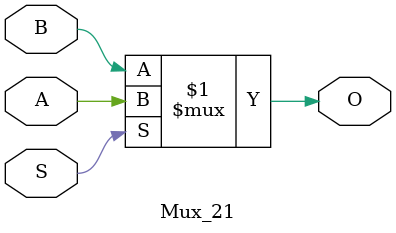
<source format=v>
/*--  *******************************************************
--  Computer Architecture Course, Laboratory Sources 
--  Amirkabir University of Technology (Tehran Polytechnic)
--  Department of Computer Engineering (CE-AUT)
--  https://ce[dot]aut[dot]ac[dot]ir
--  *******************************************************
--  All Rights reserved (C) 2019-2020
--  *******************************************************
--  Student ID  : 
--  Student Name: 
--  Student Mail: 
--  *******************************************************
--  Additional Comments:
--
--*/

/*-----------------------------------------------------------
---  Module Name:  Light Dance Utils
---  Description: Module5:
-----------------------------------------------------------*/
`timescale 1 ns/1 ns

/***********************************************************/
/************** Design Your Own Modules Below **************/
module Mux_21 (
	input  A,
	input  B,
	input  S,
	output O
);

	assign O = ( S ) ? A : B;

endmodule

/************** Design Your Own Modules Above **************/
/***********************************************************/
</source>
